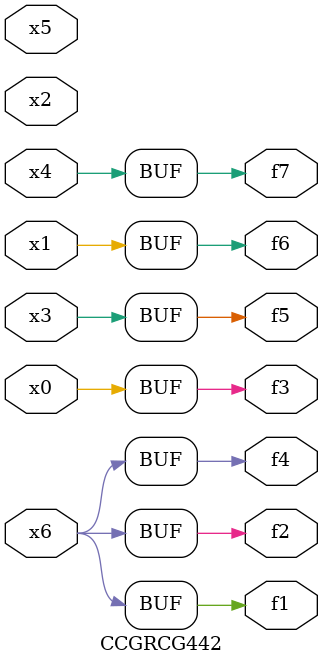
<source format=v>
module CCGRCG442(
	input x0, x1, x2, x3, x4, x5, x6,
	output f1, f2, f3, f4, f5, f6, f7
);
	assign f1 = x6;
	assign f2 = x6;
	assign f3 = x0;
	assign f4 = x6;
	assign f5 = x3;
	assign f6 = x1;
	assign f7 = x4;
endmodule

</source>
